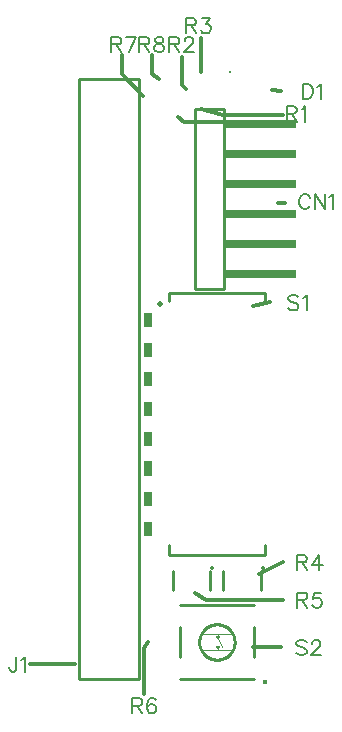
<source format=gbr>
G04 DipTrace 2.4.0.2*
%INTopSilk.gbr*%
%MOMM*%
%ADD10C,0.25*%
%ADD14C,0.3*%
%ADD17O,0.318X0.318*%
%ADD22O,0.359X0.337*%
%ADD25O,0.501X0.502*%
%ADD27C,0.1*%
%ADD28O,0.399X0.4*%
%ADD53C,0.196*%
%FSLAX53Y53*%
G04*
G71*
G90*
G75*
G01*
%LNTopSilk*%
%LPD*%
X20446Y59150D2*
D10*
X22946D1*
Y43910D1*
X20446D1*
Y59150D1*
G36*
X29008Y58197D2*
X22975D1*
Y57562D1*
X29008D1*
Y58197D1*
G37*
G36*
Y53118D2*
X22975D1*
Y52482D1*
X29008D1*
Y53118D1*
G37*
G36*
Y50578D2*
X22975D1*
Y49942D1*
X29008D1*
Y50578D1*
G37*
G36*
Y48037D2*
X22975D1*
Y47403D1*
X29008D1*
Y48037D1*
G37*
G36*
Y45498D2*
X22975D1*
Y44863D1*
X29008D1*
Y45498D1*
G37*
G36*
Y55657D2*
X22975D1*
Y55023D1*
X29008D1*
Y55657D1*
G37*
D17*
X23425Y62272D3*
X10643Y10931D2*
D10*
X15723D1*
Y61731D1*
X10643D1*
Y10931D1*
X26069Y20051D2*
Y18451D1*
X22869Y20051D2*
Y18451D1*
D22*
X26222Y20305D3*
X21782Y20051D2*
D10*
Y18451D1*
X18582Y20051D2*
Y18451D1*
D22*
X21935Y20305D3*
X18239Y42887D2*
D10*
Y43586D1*
X26437D1*
Y42787D1*
Y22285D2*
Y21386D1*
X18239D1*
Y22285D1*
G36*
X16160Y34335D2*
X16860D1*
Y33136D1*
X16160D1*
Y34335D1*
G37*
G36*
Y31836D2*
X16860D1*
Y30637D1*
X16160D1*
Y31836D1*
G37*
D25*
X17499Y42636D3*
G36*
X16160Y36886D2*
X16860D1*
Y35685D1*
X16160D1*
Y36886D1*
G37*
G36*
Y29336D2*
X16860D1*
Y28137D1*
X16160D1*
Y29336D1*
G37*
G36*
Y26785D2*
X16860D1*
Y25586D1*
X16160D1*
Y26785D1*
G37*
G36*
Y24236D2*
X16860D1*
Y23035D1*
X16160D1*
Y24236D1*
G37*
G36*
Y41885D2*
X16860D1*
Y40687D1*
X16160D1*
Y41885D1*
G37*
G36*
Y39386D2*
X16860D1*
Y38187D1*
X16160D1*
Y39386D1*
G37*
X20831Y14039D2*
D10*
X20835Y14144D1*
X20846Y14248D1*
X20864Y14351D1*
X20890Y14453D1*
X20922Y14552D1*
X20961Y14649D1*
X21007Y14743D1*
X21059Y14834D1*
X21118Y14921D1*
X21182Y15003D1*
X21252Y15081D1*
X21328Y15154D1*
X21408Y15221D1*
X21492Y15283D1*
X21581Y15338D1*
X21674Y15387D1*
X21769Y15430D1*
X21868Y15466D1*
X21968Y15495D1*
X22071Y15517D1*
X22174Y15531D1*
X22279Y15538D1*
X22383D1*
X22488Y15531D1*
X22591Y15517D1*
X22694Y15495D1*
X22794Y15466D1*
X22893Y15430D1*
X22988Y15387D1*
X23081Y15338D1*
X23170Y15283D1*
X23254Y15221D1*
X23334Y15154D1*
X23410Y15081D1*
X23480Y15003D1*
X23544Y14921D1*
X23603Y14834D1*
X23655Y14743D1*
X23701Y14649D1*
X23740Y14552D1*
X23772Y14453D1*
X23798Y14351D1*
X23816Y14248D1*
X23827Y14144D1*
X23831Y14039D1*
X23827Y13934D1*
X23816Y13830D1*
X23798Y13727D1*
X23772Y13626D1*
X23740Y13526D1*
X23701Y13429D1*
X23655Y13335D1*
X23603Y13244D1*
X23544Y13157D1*
X23480Y13075D1*
X23410Y12997D1*
X23334Y12924D1*
X23254Y12857D1*
X23170Y12795D1*
X23081Y12740D1*
X22988Y12691D1*
X22893Y12648D1*
X22794Y12612D1*
X22694Y12583D1*
X22591Y12562D1*
X22488Y12547D1*
X22383Y12540D1*
X22279D1*
X22174Y12547D1*
X22071Y12562D1*
X21968Y12583D1*
X21868Y12612D1*
X21769Y12648D1*
X21674Y12691D1*
X21581Y12740D1*
X21492Y12795D1*
X21408Y12857D1*
X21328Y12924D1*
X21252Y12997D1*
X21182Y13075D1*
X21118Y13157D1*
X21059Y13244D1*
X21007Y13335D1*
X20961Y13429D1*
X20922Y13526D1*
X20890Y13626D1*
X20864Y13727D1*
X20846Y13830D1*
X20835Y13934D1*
X20831Y14039D1*
X25481Y10889D2*
X19231D1*
X19181Y12739D2*
Y15339D1*
Y17189D2*
X25481D1*
Y15339D2*
Y12739D1*
X23581Y14739D2*
D27*
X21181D1*
X23581Y13338D2*
X21181D1*
X22381Y14739D2*
Y14589D1*
Y13338D2*
Y13489D1*
X22281Y14489D2*
Y14496D1*
X22282Y14503D1*
X22283Y14510D1*
X22285Y14516D1*
X22287Y14523D1*
X22290Y14529D1*
X22293Y14536D1*
X22296Y14542D1*
X22300Y14548D1*
X22304Y14553D1*
X22309Y14558D1*
X22314Y14563D1*
X22319Y14568D1*
X22325Y14572D1*
X22331Y14575D1*
X22337Y14579D1*
X22344Y14582D1*
X22350Y14584D1*
X22357Y14586D1*
X22364Y14587D1*
X22370Y14588D1*
X22377Y14589D1*
X22384D1*
X22391Y14588D1*
X22398Y14587D1*
X22405Y14586D1*
X22412Y14584D1*
X22418Y14582D1*
X22425Y14579D1*
X22431Y14575D1*
X22437Y14572D1*
X22442Y14568D1*
X22448Y14563D1*
X22453Y14558D1*
X22457Y14553D1*
X22462Y14548D1*
X22466Y14542D1*
X22469Y14536D1*
X22472Y14529D1*
X22475Y14523D1*
X22477Y14516D1*
X22479Y14510D1*
X22480Y14503D1*
X22481Y14496D1*
Y14489D1*
Y14482D1*
X22480Y14475D1*
X22479Y14468D1*
X22477Y14461D1*
X22475Y14454D1*
X22472Y14448D1*
X22469Y14442D1*
X22466Y14436D1*
X22462Y14430D1*
X22457Y14424D1*
X22453Y14419D1*
X22448Y14414D1*
X22442Y14410D1*
X22437Y14406D1*
X22431Y14402D1*
X22425Y14399D1*
X22418Y14396D1*
X22412Y14393D1*
X22405Y14391D1*
X22398Y14390D1*
X22391Y14389D1*
X22384Y14388D1*
X22377D1*
X22370Y14389D1*
X22364Y14390D1*
X22357Y14391D1*
X22350Y14393D1*
X22344Y14396D1*
X22337Y14399D1*
X22331Y14402D1*
X22325Y14406D1*
X22319Y14410D1*
X22314Y14414D1*
X22309Y14419D1*
X22304Y14424D1*
X22300Y14430D1*
X22296Y14436D1*
X22293Y14442D1*
X22290Y14448D1*
X22287Y14454D1*
X22285Y14461D1*
X22283Y14468D1*
X22282Y14475D1*
X22281Y14482D1*
Y14489D1*
Y13639D2*
Y13646D1*
X22282Y13653D1*
X22283Y13660D1*
X22285Y13667D1*
X22287Y13674D1*
X22290Y13680D1*
X22293Y13686D1*
X22296Y13692D1*
X22300Y13698D1*
X22304Y13704D1*
X22309Y13709D1*
X22314Y13714D1*
X22319Y13718D1*
X22325Y13723D1*
X22331Y13726D1*
X22337Y13730D1*
X22344Y13732D1*
X22350Y13735D1*
X22357Y13737D1*
X22364Y13738D1*
X22370Y13739D1*
X22377Y13740D1*
X22384D1*
X22391Y13739D1*
X22398Y13738D1*
X22405Y13737D1*
X22412Y13735D1*
X22418Y13732D1*
X22425Y13730D1*
X22431Y13726D1*
X22437Y13723D1*
X22442Y13718D1*
X22448Y13714D1*
X22453Y13709D1*
X22457Y13704D1*
X22462Y13698D1*
X22466Y13692D1*
X22469Y13686D1*
X22472Y13680D1*
X22475Y13674D1*
X22477Y13667D1*
X22479Y13660D1*
X22480Y13653D1*
X22481Y13646D1*
Y13639D1*
Y13632D1*
X22480Y13625D1*
X22479Y13618D1*
X22477Y13611D1*
X22475Y13605D1*
X22472Y13598D1*
X22469Y13592D1*
X22466Y13586D1*
X22462Y13580D1*
X22457Y13575D1*
X22453Y13569D1*
X22448Y13564D1*
X22442Y13560D1*
X22437Y13556D1*
X22431Y13552D1*
X22425Y13549D1*
X22418Y13546D1*
X22412Y13544D1*
X22405Y13542D1*
X22398Y13540D1*
X22391Y13539D1*
X22384D1*
X22377D1*
X22370D1*
X22364Y13540D1*
X22357Y13542D1*
X22350Y13544D1*
X22344Y13546D1*
X22337Y13549D1*
X22331Y13552D1*
X22325Y13556D1*
X22319Y13560D1*
X22314Y13564D1*
X22309Y13569D1*
X22304Y13575D1*
X22300Y13580D1*
X22296Y13586D1*
X22293Y13592D1*
X22290Y13598D1*
X22287Y13605D1*
X22285Y13611D1*
X22283Y13618D1*
X22282Y13625D1*
X22281Y13632D1*
Y13639D1*
X22381Y14388D2*
X22731Y13589D1*
D28*
X26431Y10639D3*
X27780Y60732D2*
D14*
X26986Y60739D1*
X22859Y58669D2*
X20954Y59152D1*
Y62320D2*
X20955Y65191D1*
X16826Y63749D2*
Y62161D1*
X17461Y61685D1*
X14286Y63749D2*
Y62161D1*
X19525Y58040D2*
X27145D1*
X26828Y42800D2*
X25399Y42483D1*
X27939Y20795D2*
X25875Y19782D1*
X20478Y18194D2*
X21430Y17620D1*
X27939D1*
X27780Y13590D2*
X25399D1*
X6508Y12162D2*
X10318D1*
X19526Y58046D2*
X19050Y58522D1*
X16509Y14060D2*
X16191Y13493D1*
X16192Y9615D1*
X22859Y58669D2*
X27939D1*
X19366Y63590D2*
Y61209D1*
X19684Y60891D1*
X14286Y62161D2*
X16032Y60256D1*
X28098Y51208D2*
X27463D1*
X30216Y51658D2*
D53*
X30156Y51779D1*
X30034Y51901D1*
X29913Y51961D1*
X29670D1*
X29548Y51901D1*
X29427Y51779D1*
X29366Y51658D1*
X29305Y51475D1*
Y51171D1*
X29366Y50990D1*
X29427Y50868D1*
X29548Y50747D1*
X29670Y50685D1*
X29913D1*
X30034Y50747D1*
X30156Y50868D1*
X30216Y50990D1*
X31459Y51961D2*
Y50685D1*
X30609Y51961D1*
Y50685D1*
X31851Y51717D2*
X31974Y51779D1*
X32156Y51960D1*
Y50685D1*
X29597Y61303D2*
Y60027D1*
X30023D1*
X30205Y60089D1*
X30327Y60210D1*
X30388Y60332D1*
X30448Y60513D1*
Y60817D1*
X30388Y61000D1*
X30327Y61121D1*
X30205Y61243D1*
X30023Y61303D1*
X29597D1*
X30840Y61059D2*
X30962Y61121D1*
X31145Y61302D1*
Y60027D1*
X5360Y12791D2*
Y11820D1*
X5300Y11637D1*
X5238Y11577D1*
X5117Y11515D1*
X4995D1*
X4874Y11577D1*
X4814Y11637D1*
X4752Y11820D1*
Y11941D1*
X5752Y12547D2*
X5874Y12609D1*
X6057Y12790D1*
Y11515D1*
X28252Y58781D2*
X28798D1*
X28981Y58842D1*
X29043Y58903D1*
X29103Y59024D1*
Y59146D1*
X29043Y59266D1*
X28981Y59328D1*
X28798Y59389D1*
X28252D1*
Y58112D1*
X28678Y58781D2*
X29103Y58112D1*
X29495Y59144D2*
X29617Y59206D1*
X29800Y59387D1*
Y58112D1*
X18296Y64655D2*
X18842D1*
X19024Y64716D1*
X19086Y64777D1*
X19146Y64897D1*
Y65020D1*
X19086Y65140D1*
X19024Y65202D1*
X18842Y65262D1*
X18296D1*
Y63986D1*
X18721Y64655D2*
X19146Y63986D1*
X19600Y64958D2*
Y65018D1*
X19661Y65140D1*
X19721Y65201D1*
X19843Y65261D1*
X20086D1*
X20207Y65201D1*
X20267Y65140D1*
X20329Y65018D1*
Y64897D1*
X20267Y64775D1*
X20146Y64594D1*
X19538Y63986D1*
X20389D1*
X19724Y66242D2*
X20270D1*
X20453Y66304D1*
X20515Y66364D1*
X20575Y66485D1*
Y66607D1*
X20515Y66728D1*
X20453Y66790D1*
X20270Y66850D1*
X19724D1*
Y65574D1*
X20150Y66242D2*
X20575Y65574D1*
X21089Y66849D2*
X21756D1*
X21393Y66363D1*
X21575D1*
X21696Y66302D1*
X21756Y66242D1*
X21818Y66060D1*
Y65939D1*
X21756Y65756D1*
X21635Y65634D1*
X21453Y65574D1*
X21270D1*
X21089Y65634D1*
X21029Y65696D1*
X20967Y65817D1*
X29115Y20786D2*
X29662D1*
X29844Y20848D1*
X29906Y20909D1*
X29966Y21029D1*
Y21151D1*
X29906Y21272D1*
X29844Y21334D1*
X29662Y21394D1*
X29115D1*
Y20118D1*
X29541Y20786D2*
X29966Y20118D1*
X30966D2*
Y21393D1*
X30358Y20544D1*
X31269D1*
X29145Y17611D2*
X29691D1*
X29873Y17673D1*
X29935Y17734D1*
X29996Y17854D1*
Y17976D1*
X29935Y18097D1*
X29873Y18159D1*
X29691Y18219D1*
X29145D1*
Y16943D1*
X29570Y17611D2*
X29996Y16943D1*
X31116Y18218D2*
X30510D1*
X30450Y17672D1*
X30510Y17732D1*
X30692Y17794D1*
X30874D1*
X31056Y17732D1*
X31178Y17611D1*
X31239Y17429D1*
Y17308D1*
X31178Y17126D1*
X31056Y17004D1*
X30874Y16943D1*
X30692D1*
X30510Y17004D1*
X30450Y17065D1*
X30388Y17186D1*
X15176Y8666D2*
X15722D1*
X15905Y8728D1*
X15966Y8789D1*
X16027Y8909D1*
Y9031D1*
X15966Y9152D1*
X15905Y9214D1*
X15722Y9274D1*
X15176D1*
Y7998D1*
X15601Y8666D2*
X16027Y7998D1*
X17147Y9092D2*
X17087Y9213D1*
X16905Y9273D1*
X16784D1*
X16601Y9213D1*
X16479Y9030D1*
X16419Y8727D1*
Y8424D1*
X16479Y8181D1*
X16601Y8059D1*
X16784Y7998D1*
X16844D1*
X17025Y8059D1*
X17147Y8181D1*
X17208Y8363D1*
Y8424D1*
X17147Y8606D1*
X17025Y8727D1*
X16844Y8787D1*
X16784D1*
X16601Y8727D1*
X16479Y8606D1*
X16419Y8424D1*
X13384Y64654D2*
X13930D1*
X14113Y64716D1*
X14174Y64777D1*
X14235Y64897D1*
Y65019D1*
X14174Y65140D1*
X14113Y65202D1*
X13930Y65262D1*
X13384D1*
Y63986D1*
X13809Y64654D2*
X14235Y63986D1*
X14870D2*
X15478Y65261D1*
X14627D1*
X15766Y64655D2*
X16312D1*
X16495Y64716D1*
X16556Y64777D1*
X16617Y64897D1*
Y65020D1*
X16556Y65140D1*
X16495Y65202D1*
X16312Y65262D1*
X15766D1*
Y63986D1*
X16191Y64655D2*
X16617Y63986D1*
X17312Y65261D2*
X17131Y65201D1*
X17069Y65080D1*
Y64958D1*
X17131Y64837D1*
X17252Y64775D1*
X17495Y64715D1*
X17677Y64655D1*
X17798Y64532D1*
X17858Y64412D1*
Y64229D1*
X17798Y64108D1*
X17737Y64047D1*
X17555Y63986D1*
X17312D1*
X17131Y64047D1*
X17069Y64108D1*
X17009Y64229D1*
Y64412D1*
X17069Y64532D1*
X17191Y64655D1*
X17372Y64715D1*
X17615Y64775D1*
X17737Y64837D1*
X17798Y64958D1*
Y65080D1*
X17737Y65201D1*
X17555Y65261D1*
X17312D1*
X29230Y43212D2*
X29110Y43334D1*
X28927Y43395D1*
X28684D1*
X28502Y43334D1*
X28380Y43212D1*
Y43091D1*
X28441Y42969D1*
X28502Y42909D1*
X28622Y42849D1*
X28987Y42726D1*
X29110Y42666D1*
X29170Y42604D1*
X29230Y42484D1*
Y42301D1*
X29110Y42180D1*
X28927Y42119D1*
X28684D1*
X28502Y42180D1*
X28380Y42301D1*
X29622Y43150D2*
X29745Y43212D1*
X29927Y43393D1*
Y42119D1*
X29914Y14029D2*
X29793Y14151D1*
X29610Y14211D1*
X29368D1*
X29185Y14151D1*
X29063Y14029D1*
Y13908D1*
X29125Y13786D1*
X29185Y13725D1*
X29306Y13665D1*
X29671Y13543D1*
X29793Y13482D1*
X29853Y13421D1*
X29914Y13300D1*
Y13117D1*
X29793Y12997D1*
X29610Y12935D1*
X29368D1*
X29185Y12997D1*
X29063Y13117D1*
X30368Y13906D2*
Y13967D1*
X30428Y14089D1*
X30488Y14149D1*
X30610Y14210D1*
X30853D1*
X30974Y14149D1*
X31034Y14089D1*
X31096Y13967D1*
Y13846D1*
X31034Y13724D1*
X30914Y13543D1*
X30306Y12935D1*
X31157D1*
M02*

</source>
